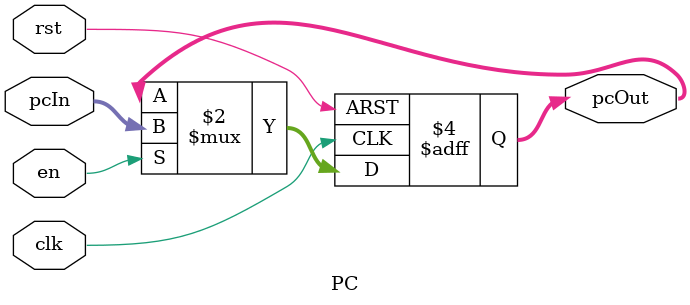
<source format=sv>
`timescale 1ns/1ns
module PC(input[31:0] pcIn, input clk, rst, en, output reg[31:0] pcOut);
  always @(posedge clk, posedge rst) begin
    if (rst)
      pcOut <= 32'b0;
    else if (en)
      pcOut <= pcIn;
  end
endmodule
</source>
